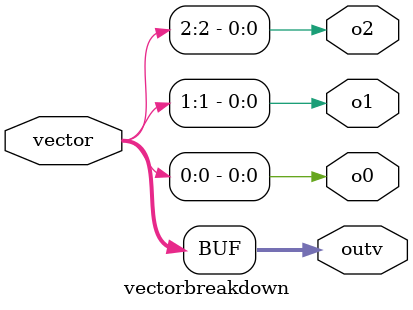
<source format=v>
module vectorbreakdown(

  input [2:0] vector,
  output [2:0] outv,
  output o0,o1,o2
  
);
  
  assign outv = vector;
  assign o0 = vector[0];
  assign o1 = vector[1];
  assign o2 = vector[2];
  
  
  
  endmodule

</source>
